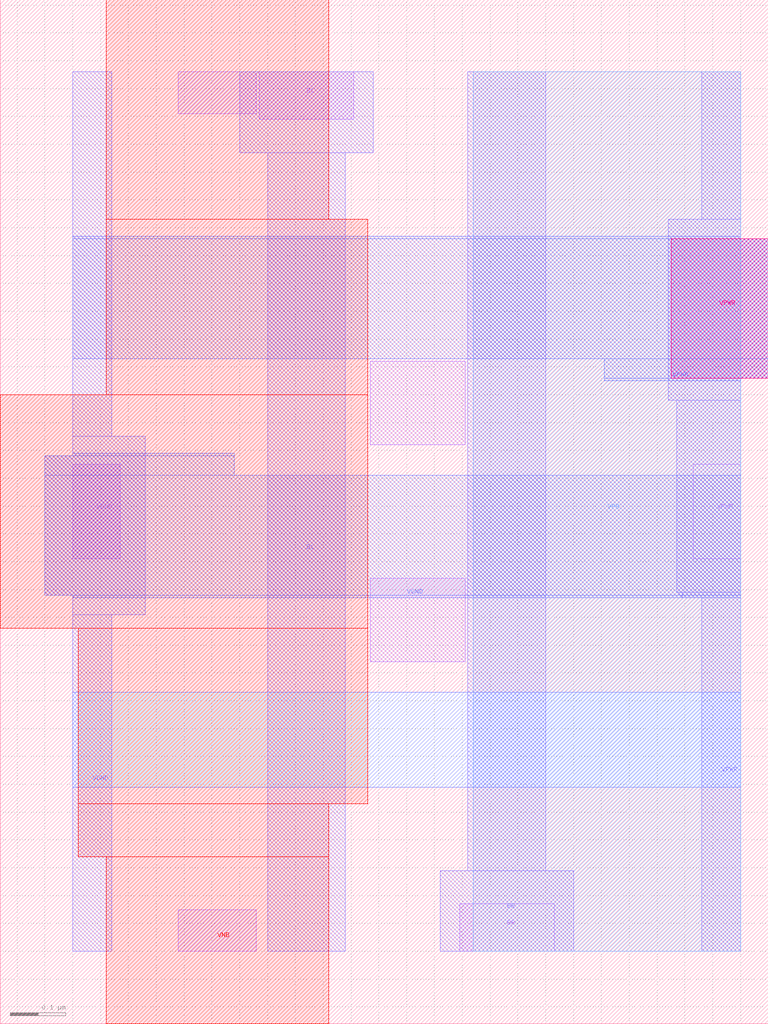
<source format=lef>
VERSION 5.7 ;
  NOWIREEXTENSIONATPIN ON ;
  DIVIDERCHAR "/" ;
  BUSBITCHARS "[]" ;
MACRO sky130_fd_bd_sram__openram_sp_cell_opt1a_dummy
  CLASS BLOCK ;
  FOREIGN sky130_fd_bd_sram__openram_sp_cell_opt1a_dummy ;
  ORIGIN 0.130 0.130 ;
  SIZE 1.380 BY 1.840 ;
  PIN BL
    ANTENNADIFFAREA 0.016800 ;
    PORT
      LAYER li1 ;
        RECT 0.190 1.505 0.330 1.580 ;
        RECT 0.335 1.495 0.505 1.580 ;
      LAYER met1 ;
        RECT 0.300 1.435 0.540 1.580 ;
        RECT 0.350 0.000 0.490 1.435 ;
    END
  END BL
  PIN BR
    ANTENNADIFFAREA 0.016800 ;
    PORT
      LAYER li1 ;
        RECT 0.190 0.000 0.330 0.075 ;
        RECT 0.695 0.000 0.865 0.085 ;
      LAYER met1 ;
        RECT 0.710 0.145 0.850 1.580 ;
        RECT 0.660 0.000 0.900 0.145 ;
    END
  END BR
  PIN VGND
    USE GROUND ;
    PORT
      LAYER li1 ;
        RECT 0.000 0.705 0.085 0.875 ;
      LAYER met1 ;
        RECT 0.000 0.925 0.070 1.580 ;
        RECT 0.000 0.890 0.130 0.925 ;
        RECT -0.050 0.640 0.130 0.890 ;
        RECT 0.000 0.605 0.130 0.640 ;
        RECT 0.000 0.000 0.070 0.605 ;
      LAYER met2 ;
        RECT 0.000 0.890 0.290 0.895 ;
        RECT -0.050 0.855 0.290 0.890 ;
        RECT -0.050 0.640 1.200 0.855 ;
        RECT 0.000 0.635 1.200 0.640 ;
    END
  END VGND
  PIN VPWR
    USE POWER ;
    PORT
      LAYER li1 ;
        RECT 1.115 0.705 1.200 0.875 ;
      LAYER met1 ;
        RECT 1.130 1.315 1.200 1.580 ;
        RECT 1.070 1.280 1.200 1.315 ;
        RECT 1.070 1.030 1.250 1.280 ;
        RECT 1.070 0.990 1.200 1.030 ;
        RECT 1.085 0.645 1.200 0.990 ;
        POLYGON 1.085 0.645 1.095 0.645 1.095 0.635 ;
        RECT 1.095 0.635 1.200 0.645 ;
        RECT 1.130 0.000 1.200 0.635 ;
      LAYER via ;
        RECT 1.075 1.030 1.250 1.280 ;
      LAYER met2 ;
        RECT 0.000 1.280 1.200 1.285 ;
        RECT 0.000 1.065 1.250 1.280 ;
        RECT 0.955 1.030 1.250 1.065 ;
        RECT 0.955 1.025 1.200 1.030 ;
    END
  END VPWR
  PIN VPB
    PORT
      LAYER nwell ;
        RECT 0.720 0.000 1.200 1.580 ;
    END
  END VPB
  PIN VNB
    PORT
      LAYER pwell ;
        RECT 0.060 1.315 0.460 1.710 ;
        RECT 0.060 1.000 0.530 1.315 ;
        RECT -0.130 0.580 0.530 1.000 ;
        RECT 0.010 0.265 0.530 0.580 ;
        RECT 0.010 0.170 0.460 0.265 ;
        RECT 0.060 -0.130 0.460 0.170 ;
    END
  END VNB
  OBS
      LAYER li1 ;
        RECT 0.535 0.910 0.705 1.060 ;
        RECT 0.535 0.520 0.705 0.670 ;
      LAYER met2 ;
        RECT 0.000 0.295 1.200 0.465 ;
  END
END sky130_fd_bd_sram__openram_sp_cell_opt1a_dummy
END LIBRARY


</source>
